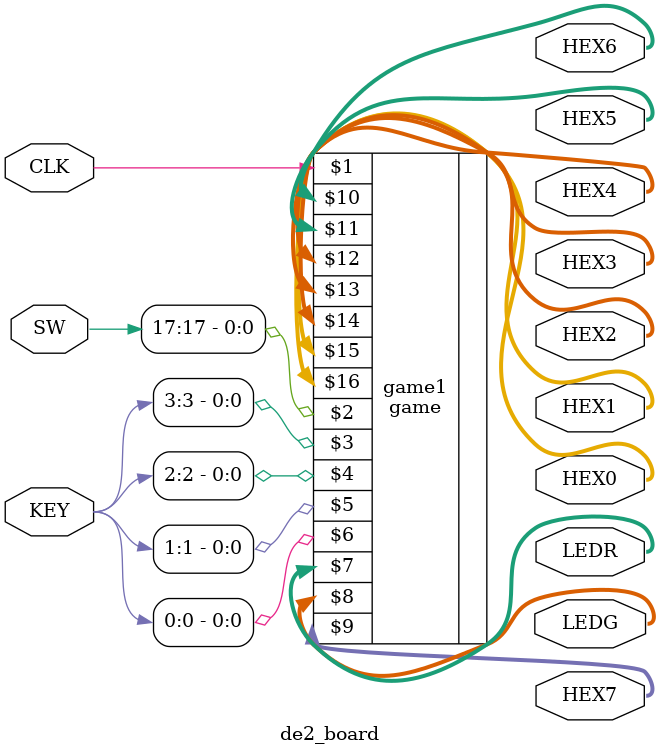
<source format=v>
`include "game.v"

module de2_board(CLK, SW, KEY, LEDR, LEDG, HEX7, HEX6, HEX5, HEX4, HEX3, HEX2, HEX1, HEX0);
	input CLK;
	input [17:0] SW;
	input [3:0] KEY;
	output [17:0] LEDR;
	output [8:0] LEDG;
	output [6:0] HEX7, HEX6, HEX5, HEX4, HEX3, HEX2, HEX1, HEX0;

	// Please define the signal!
	game game1(CLK, SW[17], KEY[3], KEY[2], KEY[1], KEY[0], LEDR, LEDG, HEX7, HEX6, HEX5, HEX4, HEX3, HEX2, HEX1, HEX0);


	// Please instantiate your circuit!

endmodule
</source>
